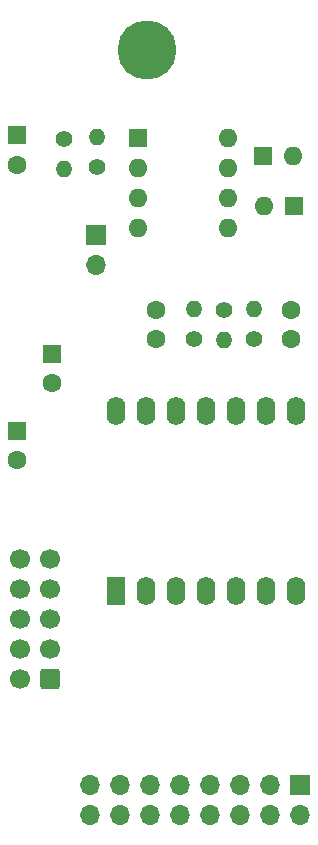
<source format=gbs>
%TF.GenerationSoftware,KiCad,Pcbnew,(6.0.1)*%
%TF.CreationDate,2022-09-30T20:37:04-04:00*%
%TF.ProjectId,SYNTH-VCO_DB-03,53594e54-482d-4564-934f-5f44422d3033,1*%
%TF.SameCoordinates,Original*%
%TF.FileFunction,Soldermask,Bot*%
%TF.FilePolarity,Negative*%
%FSLAX46Y46*%
G04 Gerber Fmt 4.6, Leading zero omitted, Abs format (unit mm)*
G04 Created by KiCad (PCBNEW (6.0.1)) date 2022-09-30 20:37:04*
%MOMM*%
%LPD*%
G01*
G04 APERTURE LIST*
G04 Aperture macros list*
%AMRoundRect*
0 Rectangle with rounded corners*
0 $1 Rounding radius*
0 $2 $3 $4 $5 $6 $7 $8 $9 X,Y pos of 4 corners*
0 Add a 4 corners polygon primitive as box body*
4,1,4,$2,$3,$4,$5,$6,$7,$8,$9,$2,$3,0*
0 Add four circle primitives for the rounded corners*
1,1,$1+$1,$2,$3*
1,1,$1+$1,$4,$5*
1,1,$1+$1,$6,$7*
1,1,$1+$1,$8,$9*
0 Add four rect primitives between the rounded corners*
20,1,$1+$1,$2,$3,$4,$5,0*
20,1,$1+$1,$4,$5,$6,$7,0*
20,1,$1+$1,$6,$7,$8,$9,0*
20,1,$1+$1,$8,$9,$2,$3,0*%
G04 Aperture macros list end*
%ADD10R,1.600000X1.600000*%
%ADD11C,1.600000*%
%ADD12O,1.600000X1.600000*%
%ADD13R,1.700000X1.700000*%
%ADD14O,1.700000X1.700000*%
%ADD15C,1.400000*%
%ADD16O,1.400000X1.400000*%
%ADD17C,5.000000*%
%ADD18RoundRect,0.250000X0.600000X0.600000X-0.600000X0.600000X-0.600000X-0.600000X0.600000X-0.600000X0*%
%ADD19C,1.700000*%
%ADD20R,1.600000X2.400000*%
%ADD21O,1.600000X2.400000*%
G04 APERTURE END LIST*
D10*
%TO.C,C11*%
X79000000Y-50000000D03*
D11*
X79000000Y-52500000D03*
%TD*%
D10*
%TO.C,C9*%
X82000000Y-68500000D03*
D11*
X82000000Y-71000000D03*
%TD*%
D10*
%TO.C,D1*%
X99824315Y-51750000D03*
D12*
X102364315Y-51750000D03*
%TD*%
D13*
%TO.C,J1*%
X103000000Y-105000000D03*
D14*
X103000000Y-107540000D03*
X100460000Y-105000000D03*
X100460000Y-107540000D03*
X97920000Y-105000000D03*
X97920000Y-107540000D03*
X95380000Y-105000000D03*
X95380000Y-107540000D03*
X92840000Y-105000000D03*
X92840000Y-107540000D03*
X90300000Y-105000000D03*
X90300000Y-107540000D03*
X87760000Y-105000000D03*
X87760000Y-107540000D03*
X85220000Y-105000000D03*
X85220000Y-107540000D03*
%TD*%
D15*
%TO.C,R3*%
X85750000Y-52720000D03*
D16*
X85750000Y-50180000D03*
%TD*%
D11*
%TO.C,C2*%
X102235000Y-64790000D03*
X102235000Y-67290000D03*
%TD*%
D15*
%TO.C,R5*%
X96520000Y-64820000D03*
D16*
X96520000Y-67360000D03*
%TD*%
D17*
%TO.C,MTG1*%
X90000000Y-42750000D03*
%TD*%
D10*
%TO.C,D2*%
X102425686Y-56000000D03*
D12*
X99885686Y-56000000D03*
%TD*%
D10*
%TO.C,U1*%
X89200000Y-50200000D03*
D12*
X89200000Y-52740000D03*
X89200000Y-55280000D03*
X89200000Y-57820000D03*
X96820000Y-57820000D03*
X96820000Y-55280000D03*
X96820000Y-52740000D03*
X96820000Y-50200000D03*
%TD*%
D11*
%TO.C,C3*%
X90805000Y-67290000D03*
X90805000Y-64790000D03*
%TD*%
D18*
%TO.C,J5*%
X81752500Y-96080000D03*
D19*
X79212500Y-96080000D03*
X81752500Y-93540000D03*
X79212500Y-93540000D03*
X81752500Y-91000000D03*
X79212500Y-91000000D03*
X81752500Y-88460000D03*
X79212500Y-88460000D03*
X81752500Y-85920000D03*
X79212500Y-85920000D03*
%TD*%
D20*
%TO.C,U2*%
X87380000Y-88620000D03*
D21*
X89920000Y-88620000D03*
X92460000Y-88620000D03*
X95000000Y-88620000D03*
X97540000Y-88620000D03*
X100080000Y-88620000D03*
X102620000Y-88620000D03*
X102620000Y-73380000D03*
X100080000Y-73380000D03*
X97540000Y-73380000D03*
X95000000Y-73380000D03*
X92460000Y-73380000D03*
X89920000Y-73380000D03*
X87380000Y-73380000D03*
%TD*%
D13*
%TO.C,H1*%
X85725000Y-58415000D03*
D14*
X85725000Y-60955000D03*
%TD*%
D15*
%TO.C,R2*%
X83000000Y-50280000D03*
D16*
X83000000Y-52820000D03*
%TD*%
D15*
%TO.C,R6*%
X93980000Y-67260000D03*
D16*
X93980000Y-64720000D03*
%TD*%
D15*
%TO.C,R4*%
X99060000Y-67260000D03*
D16*
X99060000Y-64720000D03*
%TD*%
D10*
%TO.C,C10*%
X79000000Y-75000000D03*
D11*
X79000000Y-77500000D03*
%TD*%
M02*

</source>
